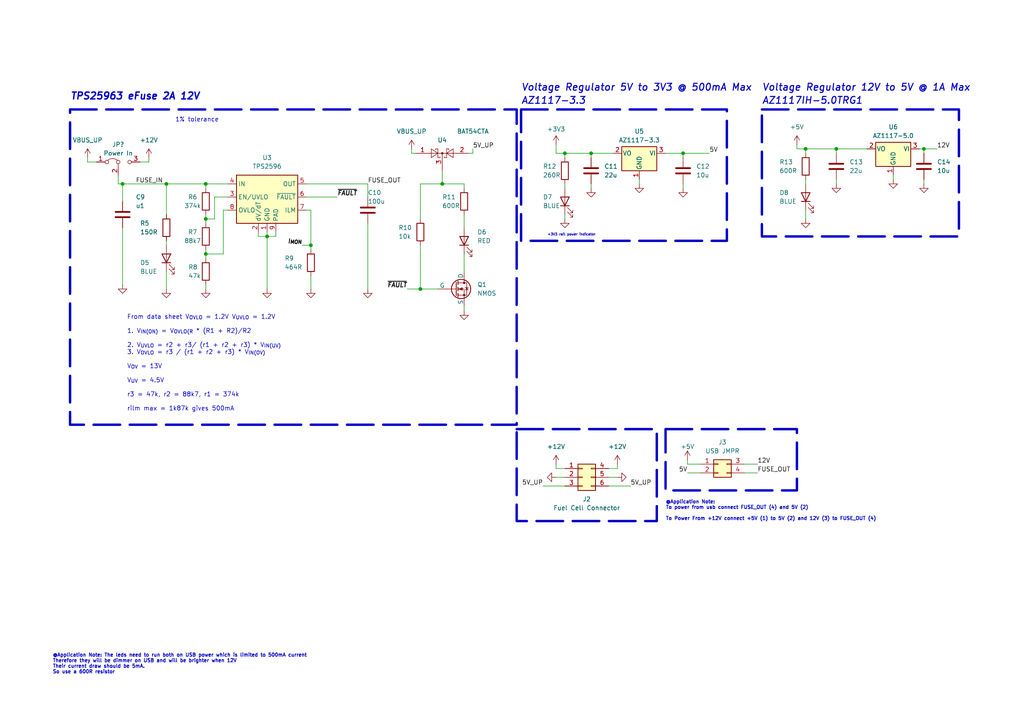
<source format=kicad_sch>
(kicad_sch (version 20230121) (generator eeschema)
  (paper "A4")
  (lib_symbols
    (symbol "Connector_Generic:Conn_02x02_Top_Bottom" (pin_names (offset 1.016) hide)
      (property "Reference" "J" (at 1.27 2.54 0))
      (property "Value" "Conn_02x02_Top_Bottom" (at 1.27 -5.08 0))
      (symbol "Conn_02x02_Top_Bottom_1_1"
        (rectangle (start -1.27 -2.413) (end 0 -2.667) (stroke (width 0.1524)))
        (rectangle (start -1.27 0.127) (end 0 -0.127) (stroke (width 0.1524)))
        (rectangle (start -1.27 1.27) (end 3.81 -3.81) (stroke (width 0.254)) (fill (type background)))
        (rectangle (start 3.81 -2.413) (end 2.54 -2.667) (stroke (width 0.1524)))
        (rectangle (start 3.81 0.127) (end 2.54 -0.127) (stroke (width 0.1524)))
        (pin passive line (at -5.08 0 0) (length 3.81) (name "Pin_1") (number "1"))
        (pin passive line (at -5.08 -2.54 0) (length 3.81) (name "Pin_2") (number "2"))
        (pin passive line (at 7.62 0 180) (length 3.81) (name "Pin_3") (number "3"))
        (pin passive line (at 7.62 -2.54 180) (length 3.81) (name "Pin_4") (number "4"))
      )
    )
    (symbol "Connector_Generic:Conn_02x03_Top_Bottom" (pin_names (offset 1.016) hide)
      (property "Reference" "J" (at 1.27 5.08 0))
      (property "Value" "Conn_02x03_Top_Bottom" (at 1.27 -5.08 0))
      (symbol "Conn_02x03_Top_Bottom_1_1"
        (rectangle (start -1.27 -2.413) (end 0 -2.667) (stroke (width 0.1524)))
        (rectangle (start -1.27 0.127) (end 0 -0.127) (stroke (width 0.1524)))
        (rectangle (start -1.27 2.667) (end 0 2.413) (stroke (width 0.1524)))
        (rectangle (start -1.27 3.81) (end 3.81 -3.81) (stroke (width 0.254)) (fill (type background)))
        (rectangle (start 3.81 -2.413) (end 2.54 -2.667) (stroke (width 0.1524)))
        (rectangle (start 3.81 0.127) (end 2.54 -0.127) (stroke (width 0.1524)))
        (rectangle (start 3.81 2.667) (end 2.54 2.413) (stroke (width 0.1524)))
        (pin passive line (at -5.08 2.54 0) (length 3.81) (name "Pin_1") (number "1"))
        (pin passive line (at -5.08 0 0) (length 3.81) (name "Pin_2") (number "2"))
        (pin passive line (at -5.08 -2.54 0) (length 3.81) (name "Pin_3") (number "3"))
        (pin passive line (at 7.62 2.54 180) (length 3.81) (name "Pin_4") (number "4"))
        (pin passive line (at 7.62 0 180) (length 3.81) (name "Pin_5") (number "5"))
        (pin passive line (at 7.62 -2.54 180) (length 3.81) (name "Pin_6") (number "6"))
      )
    )
    (symbol "Device:C" (pin_numbers hide) (pin_names (offset 0.254))
      (property "Reference" "C" (at 0.635 2.54 0))
      (property "Value" "C" (at 0.635 -2.54 0))
      (symbol "C_0_1"
        (polyline (pts (xy -2.032 -0.762) (xy 2.032 -0.762)) (stroke (width 0.508)))
        (polyline (pts (xy -2.032 0.762) (xy 2.032 0.762)) (stroke (width 0.508)))
      )
      (symbol "C_1_1"
        (pin passive line (at 0 3.81 270) (length 2.794) (name "~") (number "1"))
        (pin passive line (at 0 -3.81 90) (length 2.794) (name "~") (number "2"))
      )
    )
    (symbol "Device:LED" (pin_numbers hide) (pin_names (offset 1.016) hide)
      (property "Reference" "D" (at 0 2.54 0))
      (property "Value" "LED" (at 0 -2.54 0))
      (symbol "LED_0_1"
        (polyline (pts (xy -1.27 -1.27) (xy -1.27 1.27)) (stroke (width 0.254)))
        (polyline (pts (xy -1.27 0) (xy 1.27 0)))
        (polyline (pts (xy 1.27 -1.27) (xy 1.27 1.27) (xy -1.27 0) (xy 1.27 -1.27)) (stroke (width 0.254)))
        (polyline (pts (xy -3.048 -0.762) (xy -4.572 -2.286) (xy -3.81 -2.286) (xy -4.572 -2.286) (xy -4.572 -1.524)))
        (polyline (pts (xy -1.778 -0.762) (xy -3.302 -2.286) (xy -2.54 -2.286) (xy -3.302 -2.286) (xy -3.302 -1.524)))
      )
      (symbol "LED_1_1"
        (pin passive line (at -3.81 0 0) (length 2.54) (name "K") (number "1"))
        (pin passive line (at 3.81 0 180) (length 2.54) (name "A") (number "2"))
      )
    )
    (symbol "Device:R" (pin_numbers hide) (pin_names (offset 0))
      (property "Reference" "R" (at 2.032 0 90))
      (property "Value" "R" (at 0 0 90))
      (symbol "R_0_1"
        (rectangle (start -1.016 -2.54) (end 1.016 2.54) (stroke (width 0.254)))
      )
      (symbol "R_1_1"
        (pin passive line (at 0 3.81 270) (length 1.27) (name "~") (number "1"))
        (pin passive line (at 0 -3.81 90) (length 1.27) (name "~") (number "2"))
      )
    )
    (symbol "H2_Parts:TPS2596"
      (property "Reference" "U" (at 0 11.43 0))
      (property "Value" "TPS2596" (at 0 8.89 0))
      (symbol "TPS2596_0_1"
        (rectangle (start -8.89 6.35) (end 8.89 -7.62) (stroke (width 0.254)) (fill (type background)))
      )
      (symbol "TPS2596_1_1"
        (pin power_in line (at 0 -10.16 90) (length 2.54) (name "GND") (number "1"))
        (pin input line (at -2.54 -10.16 90) (length 2.54) (name "dV/dT") (number "2"))
        (pin input line (at -11.43 0 0) (length 2.54) (name "EN/UVLO") (number "3"))
        (pin power_in line (at -11.43 3.81 0) (length 2.54) (name "IN") (number "4"))
        (pin power_out line (at 11.43 3.81 180) (length 2.54) (name "OUT") (number "5"))
        (pin output line (at 11.43 0 180) (length 2.54) (name "~{FAULT}") (number "6"))
        (pin input line (at 11.43 -3.81 180) (length 2.54) (name "ILM") (number "7"))
        (pin input line (at -11.43 -3.81 0) (length 2.54) (name "OVLO") (number "8"))
        (pin input line (at 2.54 -10.16 90) (length 2.54) (name "PAD") (number "9"))
      )
    )
    (symbol "Jumper:Jumper_3_Bridged12" (pin_names (offset 0) hide)
      (property "Reference" "JP" (at -2.54 -2.54 0))
      (property "Value" "Jumper_3_Bridged12" (at 0 2.794 0))
      (symbol "Jumper_3_Bridged12_0_0"
        (circle (center -3.302 0) (radius 0.508))
        (circle (center 0 0) (radius 0.508))
        (circle (center 3.302 0) (radius 0.508))
      )
      (symbol "Jumper_3_Bridged12_0_1"
        (arc (start -0.254 0.508) (mid -1.651 0.9912) (end -3.048 0.508))
        (polyline (pts (xy 0 -1.27) (xy 0 -0.508)))
      )
      (symbol "Jumper_3_Bridged12_1_1"
        (pin passive line (at -6.35 0 0) (length 2.54) (name "A") (number "1"))
        (pin passive line (at 0 -3.81 90) (length 2.54) (name "C") (number "2"))
        (pin passive line (at 6.35 0 180) (length 2.54) (name "B") (number "3"))
      )
    )
    (symbol "RF_Parts:+12V_UP" (power) (pin_names (offset 0))
      (property "Value" "+12V_UP" (at 0 3.556 0))
      (symbol "+12V_UP_0_1"
        (polyline (pts (xy -0.762 1.27) (xy 0 2.54)))
        (polyline (pts (xy 0 0) (xy 0 2.54)))
        (polyline (pts (xy 0 2.54) (xy 0.762 1.27)))
      )
      (symbol "+12V_UP_1_1"
        (pin power_in line (at 0 0 90) (length 0) hide (name "+12V") (number "1"))
      )
    )
    (symbol "RF_Parts:PMEG4010CPASX"
      (property "Reference" "U" (at 0 7.62 0))
      (symbol "PMEG4010CPASX_0_1"
        (polyline (pts (xy -1.905 0) (xy 1.905 0)))
        (polyline (pts (xy -1.905 1.27) (xy -1.905 1.016)))
        (polyline (pts (xy -1.27 -1.27) (xy -0.635 -1.27)))
        (polyline (pts (xy -1.27 0) (xy -3.81 0)))
        (polyline (pts (xy -1.27 1.27) (xy -1.905 1.27)))
        (polyline (pts (xy -1.27 1.27) (xy -1.27 -1.27)))
        (polyline (pts (xy -0.635 -1.27) (xy -0.635 -1.016)))
        (polyline (pts (xy 0.635 -1.27) (xy 0.635 -1.016)))
        (polyline (pts (xy 1.27 -1.27) (xy 0.635 -1.27)))
        (polyline (pts (xy 1.27 1.27) (xy 1.27 -1.27)))
        (polyline (pts (xy 1.27 1.27) (xy 1.905 1.27)))
        (polyline (pts (xy 1.905 1.27) (xy 1.905 1.016)))
        (polyline (pts (xy 3.81 0) (xy 1.27 0)))
        (polyline (pts (xy -3.175 -1.27) (xy -3.175 1.27) (xy -1.27 0) (xy -3.175 -1.27)))
        (polyline (pts (xy 3.175 -1.27) (xy 3.175 1.27) (xy 1.27 0) (xy 3.175 -1.27)))
        (circle (center 0 0) (radius 0.254) (fill (type outline)))
      )
      (symbol "PMEG4010CPASX_1_1"
        (pin passive line (at -7.62 0 0) (length 3.81) (name "~") (number "1"))
        (pin passive line (at 7.62 0 180) (length 3.81) (name "~") (number "2"))
        (pin passive line (at 0 -5.08 90) (length 5.08) (name "~") (number "3"))
      )
    )
    (symbol "RF_Parts:VBUS_UP" (power) (pin_names (offset 0))
      (property "Value" "VBUS_UP" (at 0 3.556 0))
      (symbol "VBUS_UP_0_1"
        (polyline (pts (xy -0.762 1.27) (xy 0 2.54)))
        (polyline (pts (xy 0 0) (xy 0 2.54)))
        (polyline (pts (xy 0 2.54) (xy 0.762 1.27)))
      )
      (symbol "VBUS_UP_1_1"
        (pin power_in line (at 0 0 90) (length 0) hide (name "VBUS_UP") (number "1"))
      )
    )
    (symbol "Regulator_Linear:AZ1117-3.3" (pin_names (offset 0.254))
      (property "Reference" "U" (at -3.81 3.175 0))
      (property "Value" "AZ1117-3.3" (at 0 3.175 0))
      (symbol "AZ1117-3.3_0_1"
        (rectangle (start -5.08 1.905) (end 5.08 -5.08) (stroke (width 0.254)) (fill (type background)))
      )
      (symbol "AZ1117-3.3_1_1"
        (pin power_in line (at 0 -7.62 90) (length 2.54) (name "GND") (number "1"))
        (pin power_out line (at 7.62 0 180) (length 2.54) (name "VO") (number "2"))
        (pin power_in line (at -7.62 0 0) (length 2.54) (name "VI") (number "3"))
      )
    )
    (symbol "Regulator_Linear:AZ1117-5.0" (pin_names (offset 0.254))
      (property "Reference" "U" (at -3.81 3.175 0))
      (property "Value" "AZ1117-5.0" (at 0 3.175 0))
      (symbol "AZ1117-5.0_0_1"
        (rectangle (start -5.08 1.905) (end 5.08 -5.08) (stroke (width 0.254)) (fill (type background)))
      )
      (symbol "AZ1117-5.0_1_1"
        (pin power_in line (at 0 -7.62 90) (length 2.54) (name "GND") (number "1"))
        (pin power_out line (at 7.62 0 180) (length 2.54) (name "VO") (number "2"))
        (pin power_in line (at -7.62 0 0) (length 2.54) (name "VI") (number "3"))
      )
    )
    (symbol "Simulation_SPICE:NMOS" (pin_numbers hide) (pin_names (offset 0))
      (property "Reference" "Q" (at 5.08 1.27 0))
      (property "Value" "NMOS" (at 5.08 -1.27 0))
      (symbol "NMOS_0_1"
        (polyline (pts (xy 0.254 0) (xy -2.54 0)))
        (polyline (pts (xy 0.254 1.905) (xy 0.254 -1.905)) (stroke (width 0.254)))
        (polyline (pts (xy 0.762 -1.27) (xy 0.762 -2.286)) (stroke (width 0.254)))
        (polyline (pts (xy 0.762 0.508) (xy 0.762 -0.508)) (stroke (width 0.254)))
        (polyline (pts (xy 0.762 2.286) (xy 0.762 1.27)) (stroke (width 0.254)))
        (polyline (pts (xy 2.54 2.54) (xy 2.54 1.778)))
        (polyline (pts (xy 2.54 -2.54) (xy 2.54 0) (xy 0.762 0)))
        (polyline (pts (xy 0.762 -1.778) (xy 3.302 -1.778) (xy 3.302 1.778) (xy 0.762 1.778)))
        (polyline (pts (xy 1.016 0) (xy 2.032 0.381) (xy 2.032 -0.381) (xy 1.016 0)) (fill (type outline)))
        (polyline (pts (xy 2.794 0.508) (xy 2.921 0.381) (xy 3.683 0.381) (xy 3.81 0.254)))
        (polyline (pts (xy 3.302 0.381) (xy 2.921 -0.254) (xy 3.683 -0.254) (xy 3.302 0.381)))
        (circle (center 1.651 0) (radius 2.794) (stroke (width 0.254)))
        (circle (center 2.54 -1.778) (radius 0.254) (fill (type outline)))
        (circle (center 2.54 1.778) (radius 0.254) (fill (type outline)))
      )
      (symbol "NMOS_1_1"
        (pin passive line (at 2.54 5.08 270) (length 2.54) (name "D") (number "1"))
        (pin input line (at -5.08 0 0) (length 2.54) (name "G") (number "2"))
        (pin passive line (at 2.54 -5.08 90) (length 2.54) (name "S") (number "3"))
      )
    )
    (symbol "power:+3V3" (power) (pin_names (offset 0))
      (property "Value" "+3V3" (at 0 3.556 0))
      (symbol "+3V3_0_1"
        (polyline (pts (xy -0.762 1.27) (xy 0 2.54)))
        (polyline (pts (xy 0 0) (xy 0 2.54)))
        (polyline (pts (xy 0 2.54) (xy 0.762 1.27)))
      )
      (symbol "+3V3_1_1"
        (pin power_in line (at 0 0 90) (length 0) hide (name "+3V3") (number "1"))
      )
    )
    (symbol "power:+5V" (power) (pin_names (offset 0))
      (property "Value" "+5V" (at 0 3.556 0))
      (symbol "+5V_0_1"
        (polyline (pts (xy -0.762 1.27) (xy 0 2.54)))
        (polyline (pts (xy 0 0) (xy 0 2.54)))
        (polyline (pts (xy 0 2.54) (xy 0.762 1.27)))
      )
      (symbol "+5V_1_1"
        (pin power_in line (at 0 0 90) (length 0) hide (name "+5V") (number "1"))
      )
    )
    (symbol "power:GND" (power) (pin_names (offset 0))
      (property "Value" "GND" (at 0 -3.81 0))
      (symbol "GND_0_1"
        (polyline (pts (xy 0 0) (xy 0 -1.27) (xy 1.27 -1.27) (xy 0 -2.54) (xy -1.27 -1.27) (xy 0 -1.27)))
      )
      (symbol "GND_1_1"
        (pin power_in line (at 0 0 270) (length 0) hide (name "GND") (number "1"))
      )
    )
  )
  (junction (at 242.57 43.18))
  (junction (at 233.68 43.18))
  (junction (at 267.97 43.18))
  (junction (at 59.69 73.66))
  (junction (at 59.69 63.5))
  (junction (at 59.69 53.34))
  (junction (at 90.17 71.12))
  (junction (at 128.27 53.34))
  (junction (at 198.12 44.45))
  (junction (at 171.45 44.45))
  (junction (at 77.47 68.58))
  (junction (at 163.83 44.45))
  (junction (at 48.26 53.34))
  (junction (at 35.56 53.34))
  (junction (at 121.92 83.82))
  (wire (pts (xy 106.68 64.77) (xy 106.68 83.82)))
  (wire (pts (xy 66.04 57.15) (xy 62.23 57.15)))
  (wire (pts (xy 267.97 43.18) (xy 267.97 44.45)))
  (wire (pts (xy 106.68 53.34) (xy 106.68 57.15)))
  (wire (pts (xy 163.83 138.43) (xy 161.29 138.43)))
  (wire (pts (xy 90.17 71.12) (xy 90.17 72.39)))
  (wire (pts (xy 59.69 73.66) (xy 64.77 73.66)))
  (wire (pts (xy 90.17 60.96) (xy 88.9 60.96)))
  (wire (pts (xy 163.83 62.23) (xy 163.83 63.5)))
  (wire (pts (xy 161.29 134.62) (xy 161.29 135.89)))
  (wire (pts (xy 163.83 44.45) (xy 171.45 44.45)))
  (wire (pts (xy 137.16 44.45) (xy 135.89 44.45)))
  (wire (pts (xy 34.29 53.34) (xy 34.29 50.8)))
  (wire (pts (xy 59.69 63.5) (xy 62.23 63.5)))
  (wire (pts (xy 48.26 53.34) (xy 59.69 53.34)))
  (wire (pts (xy 134.62 53.34) (xy 134.62 54.61)))
  (wire (pts (xy 161.29 135.89) (xy 163.83 135.89)))
  (wire (pts (xy 80.01 68.58) (xy 80.01 67.31)))
  (wire (pts (xy 121.92 53.34) (xy 121.92 63.5)))
  (wire (pts (xy 199.39 137.16) (xy 203.2 137.16)))
  (wire (pts (xy 161.29 44.45) (xy 161.29 41.91)))
  (wire (pts (xy 35.56 66.04) (xy 35.56 82.55)))
  (wire (pts (xy 266.7 43.18) (xy 267.97 43.18)))
  (wire (pts (xy 88.9 53.34) (xy 106.68 53.34)))
  (wire (pts (xy 25.4 45.72) (xy 25.4 46.99)))
  (wire (pts (xy 64.77 60.96) (xy 66.04 60.96)))
  (wire (pts (xy 48.26 78.74) (xy 48.26 83.82)))
  (wire (pts (xy 90.17 80.01) (xy 90.17 83.82)))
  (wire (pts (xy 233.68 43.18) (xy 233.68 44.45)))
  (wire (pts (xy 179.07 135.89) (xy 176.53 135.89)))
  (wire (pts (xy 88.9 57.15) (xy 97.79 57.15)))
  (wire (pts (xy 43.18 46.99) (xy 40.64 46.99)))
  (wire (pts (xy 193.04 44.45) (xy 198.12 44.45)))
  (wire (pts (xy 242.57 52.07) (xy 242.57 53.34)))
  (wire (pts (xy 59.69 62.23) (xy 59.69 63.5)))
  (wire (pts (xy 163.83 54.61) (xy 163.83 53.34)))
  (wire (pts (xy 59.69 74.93) (xy 59.69 73.66)))
  (wire (pts (xy 59.69 82.55) (xy 59.69 83.82)))
  (wire (pts (xy 25.4 46.99) (xy 27.94 46.99)))
  (wire (pts (xy 198.12 53.34) (xy 198.12 54.61)))
  (wire (pts (xy 267.97 52.07) (xy 267.97 53.34)))
  (wire (pts (xy 161.29 44.45) (xy 163.83 44.45)))
  (wire (pts (xy 231.14 43.18) (xy 233.68 43.18)))
  (wire (pts (xy 185.42 53.34) (xy 185.42 52.07)))
  (wire (pts (xy 35.56 53.34) (xy 48.26 53.34)))
  (wire (pts (xy 59.69 54.61) (xy 59.69 53.34)))
  (wire (pts (xy 219.71 137.16) (xy 215.9 137.16)))
  (wire (pts (xy 179.07 134.62) (xy 179.07 135.89)))
  (wire (pts (xy 198.12 44.45) (xy 205.74 44.45)))
  (wire (pts (xy 119.38 44.45) (xy 120.65 44.45)))
  (wire (pts (xy 128.27 49.53) (xy 128.27 53.34)))
  (wire (pts (xy 199.39 134.62) (xy 203.2 134.62)))
  (wire (pts (xy 171.45 44.45) (xy 177.8 44.45)))
  (wire (pts (xy 233.68 53.34) (xy 233.68 52.07)))
  (wire (pts (xy 171.45 53.34) (xy 171.45 54.61)))
  (wire (pts (xy 119.38 44.45) (xy 119.38 43.18)))
  (wire (pts (xy 199.39 133.35) (xy 199.39 134.62)))
  (wire (pts (xy 121.92 71.12) (xy 121.92 83.82)))
  (wire (pts (xy 259.08 50.8) (xy 259.08 52.07)))
  (wire (pts (xy 233.68 60.96) (xy 233.68 63.5)))
  (wire (pts (xy 157.48 140.97) (xy 163.83 140.97)))
  (wire (pts (xy 62.23 57.15) (xy 62.23 63.5)))
  (wire (pts (xy 137.16 43.18) (xy 137.16 44.45)))
  (wire (pts (xy 35.56 53.34) (xy 35.56 58.42)))
  (wire (pts (xy 77.47 68.58) (xy 80.01 68.58)))
  (wire (pts (xy 163.83 45.72) (xy 163.83 44.45)))
  (wire (pts (xy 176.53 138.43) (xy 179.07 138.43)))
  (wire (pts (xy 242.57 43.18) (xy 251.46 43.18)))
  (wire (pts (xy 128.27 53.34) (xy 134.62 53.34)))
  (wire (pts (xy 48.26 69.85) (xy 48.26 71.12)))
  (wire (pts (xy 219.71 134.62) (xy 215.9 134.62)))
  (wire (pts (xy 134.62 73.66) (xy 134.62 78.74)))
  (wire (pts (xy 59.69 63.5) (xy 59.69 64.77)))
  (wire (pts (xy 64.77 73.66) (xy 64.77 60.96)))
  (wire (pts (xy 48.26 53.34) (xy 48.26 62.23)))
  (wire (pts (xy 77.47 68.58) (xy 77.47 83.82)))
  (wire (pts (xy 121.92 53.34) (xy 128.27 53.34)))
  (wire (pts (xy 231.14 43.18) (xy 231.14 41.91)))
  (wire (pts (xy 233.68 43.18) (xy 242.57 43.18)))
  (wire (pts (xy 121.92 83.82) (xy 127 83.82)))
  (wire (pts (xy 87.63 71.12) (xy 90.17 71.12)))
  (wire (pts (xy 198.12 44.45) (xy 198.12 45.72)))
  (wire (pts (xy 43.18 45.72) (xy 43.18 46.99)))
  (wire (pts (xy 59.69 53.34) (xy 66.04 53.34)))
  (wire (pts (xy 242.57 43.18) (xy 242.57 44.45)))
  (wire (pts (xy 74.93 67.31) (xy 74.93 68.58)))
  (wire (pts (xy 267.97 43.18) (xy 271.78 43.18)))
  (wire (pts (xy 171.45 44.45) (xy 171.45 45.72)))
  (wire (pts (xy 182.88 140.97) (xy 176.53 140.97)))
  (wire (pts (xy 74.93 68.58) (xy 77.47 68.58)))
  (wire (pts (xy 134.62 66.04) (xy 134.62 62.23)))
  (wire (pts (xy 77.47 68.58) (xy 77.47 67.31)))
  (wire (pts (xy 134.62 88.9) (xy 134.62 90.17)))
  (wire (pts (xy 59.69 73.66) (xy 59.69 72.39)))
  (wire (pts (xy 34.29 53.34) (xy 35.56 53.34)))
  (wire (pts (xy 90.17 60.96) (xy 90.17 71.12)))
  (wire (pts (xy 118.11 83.82) (xy 121.92 83.82)))
  (rectangle (start 20.32 31.75) (end 149.86 123.19) (stroke (width 0.7) (type dash)))
  (rectangle (start 193.04 124.46) (end 231.14 142.24) (stroke (width 0.7) (type dash)))
  (rectangle (start 149.86 124.46) (end 190.5 151.13) (stroke (width 0.7) (type dash)))
  (rectangle (start 220.98 31.75) (end 278.13 68.58) (stroke (width 0.7) (type dash)))
  (rectangle (start 151.13 31.75) (end 210.82 69.85) (stroke (width 0.7) (type dash)))
  (text "TPS25963 eFuse 2A 12V" (at 20.32 29.21 0) (effects (font (size 2 2) (thickness 0.4) bold italic) (justify left bottom)))
  (text "Voltage Regulator 5V to 3V3 @ 500mA Max" (at 151.13 26.67 0) (effects (font (size 2 2) (thickness 0.3) bold italic) (justify left bottom)))
  (text "AZ1117-3.3" (at 151.13 30.48 0) (effects (font (size 2 2) (thickness 0.3) bold italic) (justify left bottom)))
  (text "@Application Note: \nTo power from usb connect FUSE_OUT (4) and 5V (2)\n\nTo Power From +12V connect +5V (1) to 5V (2) and 12V (3) to FUSE_OUT (4)" (at 193.04 151.13 0) (effects (font (size 1 1) (thickness 0.2) bold) (justify left bottom)))
  (text "From data sheet V_{OVLO} = 1.2V V_{UVLO} = 1.2V\n\n1. V_{IN(ON)} = V_{OVLO(R} * (R1 + R2)/R2\n\n2. V_{UVLO} = r2 + r3/ (r1 + r2 + r3) * V_{IN(UV)} \n3. V_{OVLO} = r3 / (r1 + r2 + r3) * V_{IN(OV)}\n\nV_{OV} = 13V\n\nV_{UV} = 4.5V\n\nr3 = 47k, r2 = 88k7, r1 = 374k\n\nrilm max = 1k87k gives 500mA" (at 36.83 119.38 0) (effects (font (size 1.27 1.27)) (justify left bottom)))
  (text "AZ1117IH-5.0TRG1" (at 220.98 30.48 0) (effects (font (size 2 2) (thickness 0.3) bold italic) (justify left bottom)))
  (text "1% tolerance" (at 50.8 35.56 0) (effects (font (size 1.27 1.27)) (justify left bottom)))
  (text "Voltage Regulator 12V to 5V @ 1A Max" (at 220.98 26.67 0) (effects (font (size 2 2) (thickness 0.3) bold italic) (justify left bottom)))
  (text "@Application Note: The leds need to run both on USB power which is limited to 500mA current\nTherefore they will be dimmer on USB and will be brighter when 12V\nTheir current draw should be 5mA.\nSo use a 600R resistor\n" (at 15.24 195.58 0) (effects (font (size 1 1) (thickness 0.2) bold) (justify left bottom)))
  (text "+3V3 rail power indicator" (at 158.75 68.58 0) (effects (font (size 0.7 0.7)) (justify left bottom)))
  (label "~{FAULT}" (at 118.11 83.82 180) (effects (font bold italic)))
  (label "5V" (at 205.74 44.45 0))
  (label "12V" (at 271.78 43.18 0))
  (label "5V_UP" (at 182.88 140.97 0))
  (label "FUSE_OUT" (at 106.68 53.34 0))
  (label "FUSE_IN" (at 39.37 53.34 0))
  (label "12V" (at 219.71 134.62 0))
  (label "5V_UP" (at 157.48 140.97 180))
  (label "~{FAULT}" (at 97.79 57.15 0) (effects (font bold italic)))
  (label "5V" (at 199.39 137.16 180))
  (label "I_{MON}" (at 87.63 71.12 180) (effects (font bold italic)))
  (label "FUSE_OUT" (at 219.71 137.16 0))
  (label "5V_UP" (at 137.16 43.18 0))
  (symbol (lib_id "Device:R") (at 134.62 58.42 0) (unit 1)
    (property "Reference" "R11" (at 128.27 57.15 0) (effects (justify left)))
    (property "Value" "600R" (at 128.27 59.69 0) (effects (justify left)))
    (property "Footprint" "Resistor_SMD:R_0603_1608Metric" (effects hide))
    (property "LCSC #" "C2907058" (effects hide))
    (property "JLCPCB Part#(optional)" "C2907058" (effects hide))
    (property "DK #" "RMCF0603FT604RCT-ND" (effects hide))
  )
  (symbol (lib_id "power:GND") (at 35.56 82.55 0) (unit 1)
    (property "Reference" "#PWR020" (effects hide))
    (property "Value" "GND" (effects hide))
    (instances (project "CAN-USB RF Module" (path "" (reference "#PWR020") (unit 1))) (project "H2 Sensor Board Lucy Rev 1" (path "" (reference "#PWR?") (unit 1))))
  )
  (symbol (lib_id "Device:R") (at 48.26 66.04 0) (unit 1)
    (property "Reference" "R5" (at 40.64 64.77 0) (effects (justify left)))
    (property "Value" "150R" (at 40.64 67.31 0) (effects (justify left)))
    (property "Footprint" "Resistor_SMD:R_0603_1608Metric" (effects hide))
    (property "JLCPCB Part#(optional)" "C114608" (effects hide))
    (property "LCSC #" "C114608" (effects hide))
    (property "DK #" "311-150HRCT-ND" (effects hide))
    (instances (project "CAN-USB RF Module" (path "" (reference "R5") (unit 1))) (project "H2 Sensor Board Lucy Rev 1" (path "" (reference "R?") (unit 1))))
  )
  (symbol (lib_id "power:GND") (at 259.08 52.07 0) (unit 1)
    (property "Reference" "#PWR042" (effects hide))
    (property "Value" "GND" (effects hide))
  )
  (symbol (lib_id "power:GND") (at 233.68 63.5 0) (unit 1)
    (property "Reference" "#PWR040" (effects hide))
    (property "Value" "GND" (effects hide))
  )
  (symbol (lib_id "Device:R") (at 163.83 49.53 0) (unit 1)
    (property "Reference" "R12" (at 157.48 48.26 0) (effects (justify left)))
    (property "Value" "260R" (at 157.48 50.8 0) (effects (justify left)))
    (property "Footprint" "Resistor_SMD:R_0603_1608Metric" (effects hide))
    (property "LCSC #" "C22966" (effects hide))
    (property "JLCPCB Part#(optional)" "C22966" (effects hide))
    (property "DK #" "RMCF0603FT261RCT-ND" (effects hide))
  )
  (symbol (lib_id "power:GND") (at 77.47 83.82 0) (unit 1)
    (property "Reference" "#PWR024" (effects hide))
    (property "Value" "GND" (effects hide))
    (instances (project "CAN-USB RF Module" (path "" (reference "#PWR024") (unit 1))) (project "H2 Sensor Board Lucy Rev 1" (path "" (reference "#PWR?") (unit 1))))
  )
  (symbol (lib_id "RF_Parts:+12V_UP") (at 161.29 134.62 0) (unit 1)
    (property "Reference" "#PWR030" (effects hide))
    (property "Value" "+12V_UP" (at 161.29 129.54 0))
  )
  (symbol (lib_id "Device:C") (at 35.56 62.23 0) (unit 1)
    (property "Reference" "C9" (at 39.37 57.15 0) (effects (justify left)))
    (property "Value" "u1" (at 39.37 59.69 0) (effects (justify left)))
    (property "Footprint" "Capacitor_SMD:C_0603_1608Metric" (effects hide))
    (property "JLCPCB Part#(optional)" "C30926" (effects hide))
    (property "LCSC #" "C30926" (effects hide))
    (property "DK #" "1276-1000-1-ND" (effects hide))
    (instances (project "CAN-USB RF Module" (path "" (reference "C9") (unit 1))) (project "H2 Sensor Board Lucy Rev 1" (path "" (reference "C?") (unit 1))))
  )
  (symbol (lib_id "Device:R") (at 59.69 68.58 0) (unit 1)
    (property "Reference" "R7" (at 55.88 67.31 0))
    (property "Value" "88k7" (at 55.88 69.85 0))
    (property "Footprint" "Resistor_SMD:R_0603_1608Metric" (effects hide))
    (property "JLCPCB Part#(optional)" "C228086" (effects hide))
    (property "LCSC #" "C228086" (effects hide))
    (property "DK #" "311-88.7KLRCT-ND" (effects hide))
    (instances (project "CAN-USB RF Module" (path "" (reference "R7") (unit 1))) (project "H2 Sensor Board Lucy Rev 1" (path "" (reference "R?") (unit 1))))
  )
  (symbol (lib_id "power:GND") (at 59.69 83.82 0) (unit 1)
    (property "Reference" "#PWR023" (effects hide))
    (property "Value" "GND" (effects hide))
    (instances (project "CAN-USB RF Module" (path "" (reference "#PWR023") (unit 1))) (project "H2 Sensor Board Lucy Rev 1" (path "" (reference "#PWR?") (unit 1))))
  )
  (symbol (lib_id "RF_Parts:VBUS_UP") (at 25.4 45.72 0) (unit 1)
    (property "Reference" "#PWR019" (effects hide))
    (property "Value" "VBUS_UP" (at 25.4 40.64 0))
  )
  (symbol (lib_id "power:+5V") (at 199.39 133.35 0) (unit 1)
    (property "Reference" "#PWR038" (effects hide))
    (property "Value" "+5V" (at 199.39 129.54 0))
  )
  (symbol (lib_id "Simulation_SPICE:NMOS") (at 132.08 83.82 0) (unit 1)
    (property "Reference" "Q1" (at 138.43 82.55 0) (effects (justify left)))
    (property "Value" "NMOS" (at 138.43 85.09 0) (effects (justify left)))
    (property "Footprint" "Package_TO_SOT_SMD:SOT-523" (effects hide))
    (property "Datasheet" "https://ngspice.sourceforge.io/docs/ngspice-manual.pdf" (effects hide))
    (property "LCSC #" "C475757" (effects hide))
    (property "JLCPCB Part#(optional)" "C475757" (effects hide))
    (property "DK #" "DMG1012T-7DICT-ND" (effects hide))
  )
  (symbol (lib_id "RF_Parts:VBUS_UP") (at 119.38 43.18 0) (unit 1)
    (property "Reference" "#PWR027" (effects hide))
    (property "Value" "VBUS_UP" (at 119.38 38.1 0))
  )
  (symbol (lib_id "power:GND") (at 242.57 53.34 0) (unit 1)
    (property "Reference" "#PWR041" (effects hide))
    (property "Value" "GND" (effects hide))
  )
  (symbol (lib_id "Device:R") (at 121.92 67.31 0) (unit 1)
    (property "Reference" "R10" (at 115.57 66.04 0) (effects (justify left)))
    (property "Value" "10k" (at 115.57 68.58 0) (effects (justify left)))
    (property "Footprint" "Resistor_SMD:R_0603_1608Metric" (effects hide))
    (property "LCSC #" "C25804" (effects hide))
    (property "JLCPCB Part#(optional)" "C25804" (effects hide))
    (property "DK #" "311-10.0KHRCT-ND" (effects hide))
  )
  (symbol (lib_id "power:GND") (at 134.62 90.17 0) (unit 1)
    (property "Reference" "#PWR028" (effects hide))
    (property "Value" "GND" (effects hide))
  )
  (symbol (lib_id "Connector_Generic:Conn_02x03_Top_Bottom") (at 168.91 138.43 0) (unit 1)
    (property "Reference" "J2" (at 170.18 144.78 0))
    (property "Value" "Fuel Cell Connector" (at 170.18 147.32 0))
    (property "Footprint" "footprints:Molex_Micro-Fit_3.0_43045-0621_2x03-1MP_P3.00mm_Horizontal" (effects hide))
    (property "LCSC #" "C476812" (effects hide))
    (property "JLCPCB Part#(optional)" "C476812" (effects hide))
  )
  (symbol (lib_id "Regulator_Linear:AZ1117-3.3") (at 185.42 44.45 0) (mirror y) (unit 1)
    (property "Reference" "U5" (at 185.42 38.1 0))
    (property "Value" "AZ1117-3.3" (at 185.42 40.64 0))
    (property "Footprint" "Package_TO_SOT_SMD:SOT-223-3_TabPin2" (effects hide))
    (property "Datasheet" "https://www.diodes.com/assets/Datasheets/AZ1117.pdf" (effects hide))
    (property "LCSC #" "C110474" (effects hide))
    (property "JLCPCB Part#(optional)" "C110474" (effects hide))
    (property "DK #" "AZ1117IH-3.3TRG1DICT-ND" (effects hide))
  )
  (symbol (lib_id "power:+5V") (at 231.14 41.91 0) (unit 1)
    (property "Reference" "#PWR039" (effects hide))
    (property "Value" "+5V" (at 231.14 36.83 0))
  )
  (symbol (lib_id "power:GND") (at 106.68 83.82 0) (unit 1)
    (property "Reference" "#PWR026" (effects hide))
    (property "Value" "GND" (effects hide))
    (instances (project "CAN-USB RF Module" (path "" (reference "#PWR026") (unit 1))) (project "H2 Sensor Board Lucy Rev 1" (path "" (reference "#PWR?") (unit 1))))
  )
  (symbol (lib_id "power:GND") (at 90.17 83.82 0) (unit 1)
    (property "Reference" "#PWR025" (effects hide))
    (property "Value" "GND" (effects hide))
    (instances (project "CAN-USB RF Module" (path "" (reference "#PWR025") (unit 1))) (project "H2 Sensor Board Lucy Rev 1" (path "" (reference "#PWR?") (unit 1))))
  )
  (symbol (lib_id "Device:C") (at 198.12 49.53 0) (unit 1)
    (property "Reference" "C12" (at 201.93 48.26 0) (effects (justify left)))
    (property "Value" "10u" (at 201.93 50.8 0) (effects (justify left)))
    (property "Footprint" "Capacitor_SMD:C_0805_2012Metric" (effects hide))
    (property "LCSC #" "C95841" (effects hide))
    (property "JLCPCB Part#(optional)" "C95841" (effects hide))
    (property "DK #" "490-14381-1-ND" (effects hide))
  )
  (symbol (lib_id "Device:C") (at 171.45 49.53 0) (unit 1)
    (property "Reference" "C11" (at 175.26 48.26 0) (effects (justify left)))
    (property "Value" "22u" (at 175.26 50.8 0) (effects (justify left)))
    (property "Footprint" "Capacitor_SMD:C_0603_1608Metric" (effects hide))
    (property "LCSC #" "C415703" (effects hide))
    (property "JLCPCB Part#(optional)" "C415703" (effects hide))
    (property "DK #" "490-7612-2-ND" (effects hide))
  )
  (symbol (lib_id "power:GND") (at 198.12 54.61 0) (unit 1)
    (property "Reference" "#PWR037" (effects hide))
    (property "Value" "GND" (effects hide))
  )
  (symbol (lib_id "H2_Parts:TPS2596") (at 77.47 57.15 0) (unit 1)
    (property "Reference" "U3" (at 77.47 45.72 0))
    (property "Value" "TPS2596" (at 77.47 48.26 0))
    (property "Footprint" "Package_SO:TI_SO-PowerPAD-8" (effects hide))
    (property "Datasheet" "https://www.ti.com/lit/gpn/tps2596" (effects hide))
    (property "LCSC #" "C2155774" (effects hide))
    (property "JLCPCB Part#(optional)" "C2155774" (effects hide))
    (property "DK #" "296-TPS259631DDARCT-ND" (effects hide))
    (instances (project "CAN-USB RF Module" (path "" (reference "U3") (unit 1))) (project "H2 Sensor Board Lucy Rev 1" (path "" (reference "U?") (unit 1))))
  )
  (symbol (lib_id "Connector_Generic:Conn_02x02_Top_Bottom") (at 208.28 134.62 0) (unit 1)
    (property "Reference" "J3" (at 209.55 128.27 0))
    (property "Value" "USB JMPR" (at 209.55 130.81 0))
    (property "Footprint" "Connector_PinHeader_2.54mm:PinHeader_2x02_P2.54mm_Vertical" (effects hide))
    (property "LCSC #" "C5116482" (effects hide))
    (property "JLCPCB Part#(optional)" "C5116482" (effects hide))
  )
  (symbol (lib_id "RF_Parts:PMEG4010CPASX") (at 128.27 44.45 0) (unit 1)
    (property "Reference" "U4" (at 128.27 40.64 0))
    (property "Value" "BAT54CTA" (at 137.16 38.1 0))
    (property "Footprint" "Package_TO_SOT_SMD:SOT-23" (effects hide))
    (property "LCSC #" "C460164" (effects hide))
    (property "JLCPCB Part#(optional)" "C460164" (effects hide))
    (property "DK #" "BAT54CCT-ND" (effects hide))
  )
  (symbol (lib_id "RF_Parts:+12V_UP") (at 43.18 45.72 0) (unit 1)
    (property "Reference" "#PWR021" (effects hide))
    (property "Value" "+12V_UP" (at 43.18 40.64 0))
  )
  (symbol (lib_id "Device:R") (at 59.69 58.42 180) (unit 1)
    (property "Reference" "R6" (at 55.88 57.15 0))
    (property "Value" "374k" (at 55.88 59.69 0))
    (property "Footprint" "Resistor_SMD:R_0603_1608Metric" (effects hide))
    (property "JLCPCB Part#(optional)" "C5713287" (effects hide))
    (property "LCSC #" "C5713287" (effects hide))
    (property "DK #" "YAG3136CT-ND" (effects hide))
    (instances (project "CAN-USB RF Module" (path "" (reference "R6") (unit 1))) (project "H2 Sensor Board Lucy Rev 1" (path "" (reference "R?") (unit 1))))
  )
  (symbol (lib_id "RF_Parts:+12V_UP") (at 179.07 134.62 0) (unit 1)
    (property "Reference" "#PWR034" (effects hide))
    (property "Value" "+12V_UP" (at 179.07 129.54 0))
  )
  (symbol (lib_id "power:+3V3") (at 161.29 41.91 0) (unit 1)
    (property "Reference" "#PWR029" (effects hide))
    (property "Value" "+3V3" (at 161.29 37.465 0))
  )
  (symbol (lib_id "Device:C") (at 106.68 60.96 0) (unit 1)
    (property "Reference" "C10" (at 106.68 55.88 0) (effects (justify left)))
    (property "Value" "100u" (at 106.68 58.42 0) (effects (justify left)))
    (property "Footprint" "Capacitor_SMD:CP_Elec_6.3x5.9" (effects hide))
    (property "JLCPCB Part#(optional)" "C30926" (effects hide))
    (property "LCSC #" "C30926" (effects hide))
    (property "DK #" "399-A768EB127M1DLAE034CT-ND" (effects hide))
    (instances (project "CAN-USB RF Module" (path "" (reference "C10") (unit 1))) (project "H2 Sensor Board Lucy Rev 1" (path "" (reference "C?") (unit 1))))
  )
  (symbol (lib_id "Jumper:Jumper_3_Bridged12") (at 34.29 46.99 0) (unit 1)
    (property "Reference" "JP?" (at 34.29 41.91 0))
    (property "Value" "Power In" (at 34.29 44.45 0))
    (property "Footprint" "Connector_PinHeader_2.54mm:PinHeader_1x03_P2.54mm_Vertical" (effects hide))
    (property "LCSC #" "C5116482" (effects hide))
    (property "JLCPCB Part#(optional)" "C5116482" (effects hide))
    (instances (project "CAN-USB RF Module" (path "" (reference "JP?") (unit 1)) (path "" (reference "JP1") (unit 1))))
  )
  (symbol (lib_id "power:GND") (at 185.42 53.34 0) (unit 1)
    (property "Reference" "#PWR036" (effects hide))
    (property "Value" "GND" (effects hide))
  )
  (symbol (lib_id "power:GND") (at 179.07 138.43 90) (unit 1)
    (property "Reference" "#PWR035" (effects hide))
    (property "Value" "GND" (effects hide))
  )
  (symbol (lib_id "Regulator_Linear:AZ1117-5.0") (at 259.08 43.18 0) (mirror y) (unit 1)
    (property "Reference" "U6" (at 259.08 36.83 0))
    (property "Value" "AZ1117-5.0" (at 259.08 39.37 0))
    (property "Footprint" "Package_TO_SOT_SMD:SOT-223-3_TabPin2" (effects hide))
    (property "Datasheet" "https://www.diodes.com/assets/Datasheets/AZ1117.pdf" (effects hide))
    (property "LCSC #" "C99343" (effects hide))
    (property "JLCPCB Part#(optional)" "C99343" (effects hide))
    (property "DK #" "AZ1117IH-5.0TRG1DICT-ND" (effects hide))
  )
  (symbol (lib_id "Device:R") (at 59.69 78.74 0) (unit 1)
    (property "Reference" "R8" (at 54.61 77.47 0) (effects (justify left)))
    (property "Value" "47k" (at 54.61 80.01 0) (effects (justify left)))
    (property "Footprint" "Resistor_SMD:R_0603_1608Metric" (effects hide))
    (property "JLCPCB Part#(optional)" "C111134" (effects hide))
    (property "LCSC #" "C111134" (effects hide))
    (property "DK #" "311-47.0KHRCT-ND" (effects hide))
    (instances (project "CAN-USB RF Module" (path "" (reference "R8") (unit 1))) (project "H2 Sensor Board Lucy Rev 1" (path "" (reference "R?") (unit 1))))
  )
  (symbol (lib_id "power:GND") (at 48.26 83.82 0) (unit 1)
    (property "Reference" "#PWR022" (effects hide))
    (property "Value" "GND" (effects hide))
    (instances (project "CAN-USB RF Module" (path "" (reference "#PWR022") (unit 1))) (project "H2 Sensor Board Lucy Rev 1" (path "" (reference "#PWR?") (unit 1))))
  )
  (symbol (lib_id "power:GND") (at 161.29 138.43 270) (unit 1)
    (property "Reference" "#PWR031" (effects hide))
    (property "Value" "GND" (effects hide))
  )
  (symbol (lib_id "Device:R") (at 90.17 76.2 0) (unit 1)
    (property "Reference" "R9" (at 82.55 74.93 0) (effects (justify left)))
    (property "Value" "464R" (at 82.55 77.47 0) (effects (justify left)))
    (property "Footprint" "Resistor_SMD:R_0603_1608Metric" (effects hide))
    (property "JLCPCB Part#(optional)" "C5159701" (effects hide))
    (property "LCSC #" "C5159701" (effects hide))
    (property "DK #" "RMCF0603FT464RCT-ND" (effects hide))
    (instances (project "CAN-USB RF Module" (path "" (reference "R9") (unit 1))) (project "H2 Sensor Board Lucy Rev 1" (path "" (reference "R?") (unit 1))))
  )
  (symbol (lib_id "Device:LED") (at 163.83 58.42 90) (unit 1)
    (property "Reference" "D7" (at 157.48 57.15 90) (effects (justify right)))
    (property "Value" "BLUE" (at 157.48 59.69 90) (effects (justify right)))
    (property "Footprint" "LED_SMD:LED_0603_1608Metric" (effects hide))
    (property "LCSC #" "C965807" (effects hide))
    (property "JLCPCB Part#(optional)" "C2842814" (effects hide))
  )
  (symbol (lib_id "power:GND") (at 163.83 63.5 0) (unit 1)
    (property "Reference" "#PWR032" (effects hide))
    (property "Value" "GND" (effects hide))
  )
  (symbol (lib_id "Device:LED") (at 134.62 69.85 90) (unit 1)
    (property "Reference" "D6" (at 138.43 67.31 90) (effects (justify right)))
    (property "Value" "RED" (at 138.43 69.85 90) (effects (justify right)))
    (property "Footprint" "LED_SMD:LED_0603_1608Metric" (effects hide))
    (property "Description" "Colorless transparence -40℃~+80℃ Red, General Green/Yellow-Green 120° 72mW 0603 Light Emitting Diodes (LED) ROHS" (effects hide))
    (property "LCSC #" "C434419" (effects hide))
    (property "JLCPCB Part#(optional)" "C434419" (effects hide))
  )
  (symbol (lib_id "Device:R") (at 233.68 48.26 0) (unit 1)
    (property "Reference" "R13" (at 226.06 46.99 0) (effects (justify left)))
    (property "Value" "600R" (at 226.06 49.53 0) (effects (justify left)))
    (property "Footprint" "Resistor_SMD:R_0603_1608Metric" (effects hide))
    (property "LCSC #" "C2907058" (effects hide))
    (property "JLCPCB Part#(optional)" "C2907058" (effects hide))
    (property "DK #" "RMCF0603FT604RCT-ND" (effects hide))
  )
  (symbol (lib_id "power:GND") (at 171.45 54.61 0) (unit 1)
    (property "Reference" "#PWR033" (effects hide))
    (property "Value" "GND" (effects hide))
  )
  (symbol (lib_id "Device:LED") (at 48.26 74.93 90) (unit 1)
    (property "Reference" "D5" (at 40.64 76.2 90) (effects (justify right)))
    (property "Value" "BLUE" (at 40.64 78.74 90) (effects (justify right)))
    (property "Footprint" "LED_SMD:LED_0603_1608Metric" (effects hide))
    (property "JLCPCB Part#(optional)" "C965807" (effects hide))
    (property "LCSC #" "C965807" (effects hide))
    (instances (project "CAN-USB RF Module" (path "" (reference "D5") (unit 1))) (project "H2 Sensor Board Lucy Rev 1" (path "" (reference "D?") (unit 1))))
  )
  (symbol (lib_id "Device:C") (at 267.97 48.26 0) (unit 1)
    (property "Reference" "C14" (at 271.78 46.99 0) (effects (justify left)))
    (property "Value" "10u" (at 271.78 49.53 0) (effects (justify left)))
    (property "Footprint" "Capacitor_SMD:C_0805_2012Metric" (effects hide))
    (property "LCSC #" "C95841" (effects hide))
    (property "JLCPCB Part#(optional)" "C95841" (effects hide))
    (property "DK #" "490-14381-1-ND" (effects hide))
  )
  (symbol (lib_id "Device:C") (at 242.57 48.26 0) (unit 1)
    (property "Reference" "C13" (at 246.38 46.99 0) (effects (justify left)))
    (property "Value" "22u" (at 246.38 49.53 0) (effects (justify left)))
    (property "Footprint" "Capacitor_SMD:C_0603_1608Metric" (effects hide))
    (property "LCSC #" "C415703" (effects hide))
    (property "JLCPCB Part#(optional)" "C415703" (effects hide))
    (property "DK #" "490-7612-2-ND" (effects hide))
  )
  (symbol (lib_id "power:GND") (at 267.97 53.34 0) (unit 1)
    (property "Reference" "#PWR043" (effects hide))
    (property "Value" "GND" (effects hide))
  )
  (symbol (lib_id "Device:LED") (at 233.68 57.15 90) (unit 1)
    (property "Reference" "D8" (at 226.06 55.88 90) (effects (justify right)))
    (property "Value" "BLUE" (at 226.06 58.42 90) (effects (justify right)))
    (property "Footprint" "LED_SMD:LED_0603_1608Metric" (effects hide))
    (property "LCSC #" "C965807" (effects hide))
    (property "JLCPCB Part#(optional)" "C2842814" (effects hide))
  )
)
</source>
